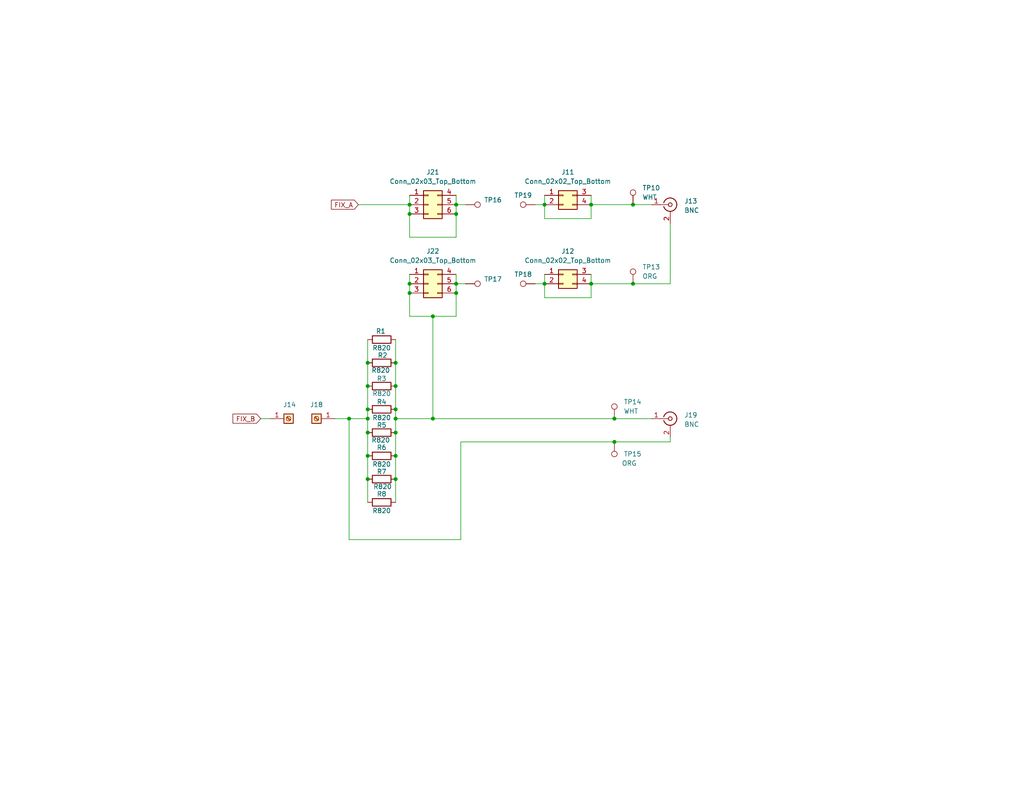
<source format=kicad_sch>
(kicad_sch
	(version 20231120)
	(generator "eeschema")
	(generator_version "8.0")
	(uuid "535825e8-d294-4a57-84f1-2719c0fe4ea5")
	(paper "USLetter")
	(title_block
		(title "Triple Pulse Core Tester")
		(date "2025-01-31")
		(rev "0")
	)
	(lib_symbols
		(symbol "Connector:Conn_Coaxial"
			(pin_names
				(offset 1.016) hide)
			(exclude_from_sim no)
			(in_bom yes)
			(on_board yes)
			(property "Reference" "J"
				(at 0.254 3.048 0)
				(effects
					(font
						(size 1.27 1.27)
					)
				)
			)
			(property "Value" "Conn_Coaxial"
				(at 2.921 0 90)
				(effects
					(font
						(size 1.27 1.27)
					)
				)
			)
			(property "Footprint" ""
				(at 0 0 0)
				(effects
					(font
						(size 1.27 1.27)
					)
					(hide yes)
				)
			)
			(property "Datasheet" "~"
				(at 0 0 0)
				(effects
					(font
						(size 1.27 1.27)
					)
					(hide yes)
				)
			)
			(property "Description" "coaxial connector (BNC, SMA, SMB, SMC, Cinch/RCA, LEMO, ...)"
				(at 0 0 0)
				(effects
					(font
						(size 1.27 1.27)
					)
					(hide yes)
				)
			)
			(property "ki_keywords" "BNC SMA SMB SMC LEMO coaxial connector CINCH RCA MCX MMCX U.FL UMRF"
				(at 0 0 0)
				(effects
					(font
						(size 1.27 1.27)
					)
					(hide yes)
				)
			)
			(property "ki_fp_filters" "*BNC* *SMA* *SMB* *SMC* *Cinch* *LEMO* *UMRF* *MCX* *U.FL*"
				(at 0 0 0)
				(effects
					(font
						(size 1.27 1.27)
					)
					(hide yes)
				)
			)
			(symbol "Conn_Coaxial_0_1"
				(arc
					(start -1.778 -0.508)
					(mid 0.2311 -1.8066)
					(end 1.778 0)
					(stroke
						(width 0.254)
						(type default)
					)
					(fill
						(type none)
					)
				)
				(polyline
					(pts
						(xy -2.54 0) (xy -0.508 0)
					)
					(stroke
						(width 0)
						(type default)
					)
					(fill
						(type none)
					)
				)
				(polyline
					(pts
						(xy 0 -2.54) (xy 0 -1.778)
					)
					(stroke
						(width 0)
						(type default)
					)
					(fill
						(type none)
					)
				)
				(circle
					(center 0 0)
					(radius 0.508)
					(stroke
						(width 0.2032)
						(type default)
					)
					(fill
						(type none)
					)
				)
				(arc
					(start 1.778 0)
					(mid 0.2099 1.8101)
					(end -1.778 0.508)
					(stroke
						(width 0.254)
						(type default)
					)
					(fill
						(type none)
					)
				)
			)
			(symbol "Conn_Coaxial_1_1"
				(pin passive line
					(at -5.08 0 0)
					(length 2.54)
					(name "In"
						(effects
							(font
								(size 1.27 1.27)
							)
						)
					)
					(number "1"
						(effects
							(font
								(size 1.27 1.27)
							)
						)
					)
				)
				(pin passive line
					(at 0 -5.08 90)
					(length 2.54)
					(name "Ext"
						(effects
							(font
								(size 1.27 1.27)
							)
						)
					)
					(number "2"
						(effects
							(font
								(size 1.27 1.27)
							)
						)
					)
				)
			)
		)
		(symbol "Connector:Screw_Terminal_01x01"
			(pin_names
				(offset 1.016) hide)
			(exclude_from_sim no)
			(in_bom yes)
			(on_board yes)
			(property "Reference" "J"
				(at 0 2.54 0)
				(effects
					(font
						(size 1.27 1.27)
					)
				)
			)
			(property "Value" "Screw_Terminal_01x01"
				(at 0 -2.54 0)
				(effects
					(font
						(size 1.27 1.27)
					)
				)
			)
			(property "Footprint" ""
				(at 0 0 0)
				(effects
					(font
						(size 1.27 1.27)
					)
					(hide yes)
				)
			)
			(property "Datasheet" "~"
				(at 0 0 0)
				(effects
					(font
						(size 1.27 1.27)
					)
					(hide yes)
				)
			)
			(property "Description" "Generic screw terminal, single row, 01x01, script generated (kicad-library-utils/schlib/autogen/connector/)"
				(at 0 0 0)
				(effects
					(font
						(size 1.27 1.27)
					)
					(hide yes)
				)
			)
			(property "ki_keywords" "screw terminal"
				(at 0 0 0)
				(effects
					(font
						(size 1.27 1.27)
					)
					(hide yes)
				)
			)
			(property "ki_fp_filters" "TerminalBlock*:*"
				(at 0 0 0)
				(effects
					(font
						(size 1.27 1.27)
					)
					(hide yes)
				)
			)
			(symbol "Screw_Terminal_01x01_1_1"
				(rectangle
					(start -1.27 1.27)
					(end 1.27 -1.27)
					(stroke
						(width 0.254)
						(type default)
					)
					(fill
						(type background)
					)
				)
				(polyline
					(pts
						(xy -0.5334 0.3302) (xy 0.3302 -0.508)
					)
					(stroke
						(width 0.1524)
						(type default)
					)
					(fill
						(type none)
					)
				)
				(polyline
					(pts
						(xy -0.3556 0.508) (xy 0.508 -0.3302)
					)
					(stroke
						(width 0.1524)
						(type default)
					)
					(fill
						(type none)
					)
				)
				(circle
					(center 0 0)
					(radius 0.635)
					(stroke
						(width 0.1524)
						(type default)
					)
					(fill
						(type none)
					)
				)
				(pin passive line
					(at -5.08 0 0)
					(length 3.81)
					(name "Pin_1"
						(effects
							(font
								(size 1.27 1.27)
							)
						)
					)
					(number "1"
						(effects
							(font
								(size 1.27 1.27)
							)
						)
					)
				)
			)
		)
		(symbol "Connector:TestPoint"
			(pin_numbers hide)
			(pin_names
				(offset 0.762) hide)
			(exclude_from_sim no)
			(in_bom yes)
			(on_board yes)
			(property "Reference" "TP"
				(at 0 6.858 0)
				(effects
					(font
						(size 1.27 1.27)
					)
				)
			)
			(property "Value" "TestPoint"
				(at 0 5.08 0)
				(effects
					(font
						(size 1.27 1.27)
					)
				)
			)
			(property "Footprint" ""
				(at 5.08 0 0)
				(effects
					(font
						(size 1.27 1.27)
					)
					(hide yes)
				)
			)
			(property "Datasheet" "~"
				(at 5.08 0 0)
				(effects
					(font
						(size 1.27 1.27)
					)
					(hide yes)
				)
			)
			(property "Description" "test point"
				(at 0 0 0)
				(effects
					(font
						(size 1.27 1.27)
					)
					(hide yes)
				)
			)
			(property "ki_keywords" "test point tp"
				(at 0 0 0)
				(effects
					(font
						(size 1.27 1.27)
					)
					(hide yes)
				)
			)
			(property "ki_fp_filters" "Pin* Test*"
				(at 0 0 0)
				(effects
					(font
						(size 1.27 1.27)
					)
					(hide yes)
				)
			)
			(symbol "TestPoint_0_1"
				(circle
					(center 0 3.302)
					(radius 0.762)
					(stroke
						(width 0)
						(type default)
					)
					(fill
						(type none)
					)
				)
			)
			(symbol "TestPoint_1_1"
				(pin passive line
					(at 0 0 90)
					(length 2.54)
					(name "1"
						(effects
							(font
								(size 1.27 1.27)
							)
						)
					)
					(number "1"
						(effects
							(font
								(size 1.27 1.27)
							)
						)
					)
				)
			)
		)
		(symbol "Connector_Generic:Conn_02x02_Top_Bottom"
			(pin_names
				(offset 1.016) hide)
			(exclude_from_sim no)
			(in_bom yes)
			(on_board yes)
			(property "Reference" "J"
				(at 1.27 2.54 0)
				(effects
					(font
						(size 1.27 1.27)
					)
				)
			)
			(property "Value" "Conn_02x02_Top_Bottom"
				(at 1.27 -5.08 0)
				(effects
					(font
						(size 1.27 1.27)
					)
				)
			)
			(property "Footprint" ""
				(at 0 0 0)
				(effects
					(font
						(size 1.27 1.27)
					)
					(hide yes)
				)
			)
			(property "Datasheet" "~"
				(at 0 0 0)
				(effects
					(font
						(size 1.27 1.27)
					)
					(hide yes)
				)
			)
			(property "Description" "Generic connector, double row, 02x02, top/bottom pin numbering scheme (row 1: 1...pins_per_row, row2: pins_per_row+1 ... num_pins), script generated (kicad-library-utils/schlib/autogen/connector/)"
				(at 0 0 0)
				(effects
					(font
						(size 1.27 1.27)
					)
					(hide yes)
				)
			)
			(property "ki_keywords" "connector"
				(at 0 0 0)
				(effects
					(font
						(size 1.27 1.27)
					)
					(hide yes)
				)
			)
			(property "ki_fp_filters" "Connector*:*_2x??_*"
				(at 0 0 0)
				(effects
					(font
						(size 1.27 1.27)
					)
					(hide yes)
				)
			)
			(symbol "Conn_02x02_Top_Bottom_1_1"
				(rectangle
					(start -1.27 -2.413)
					(end 0 -2.667)
					(stroke
						(width 0.1524)
						(type default)
					)
					(fill
						(type none)
					)
				)
				(rectangle
					(start -1.27 0.127)
					(end 0 -0.127)
					(stroke
						(width 0.1524)
						(type default)
					)
					(fill
						(type none)
					)
				)
				(rectangle
					(start -1.27 1.27)
					(end 3.81 -3.81)
					(stroke
						(width 0.254)
						(type default)
					)
					(fill
						(type background)
					)
				)
				(rectangle
					(start 3.81 -2.413)
					(end 2.54 -2.667)
					(stroke
						(width 0.1524)
						(type default)
					)
					(fill
						(type none)
					)
				)
				(rectangle
					(start 3.81 0.127)
					(end 2.54 -0.127)
					(stroke
						(width 0.1524)
						(type default)
					)
					(fill
						(type none)
					)
				)
				(pin passive line
					(at -5.08 0 0)
					(length 3.81)
					(name "Pin_1"
						(effects
							(font
								(size 1.27 1.27)
							)
						)
					)
					(number "1"
						(effects
							(font
								(size 1.27 1.27)
							)
						)
					)
				)
				(pin passive line
					(at -5.08 -2.54 0)
					(length 3.81)
					(name "Pin_2"
						(effects
							(font
								(size 1.27 1.27)
							)
						)
					)
					(number "2"
						(effects
							(font
								(size 1.27 1.27)
							)
						)
					)
				)
				(pin passive line
					(at 7.62 0 180)
					(length 3.81)
					(name "Pin_3"
						(effects
							(font
								(size 1.27 1.27)
							)
						)
					)
					(number "3"
						(effects
							(font
								(size 1.27 1.27)
							)
						)
					)
				)
				(pin passive line
					(at 7.62 -2.54 180)
					(length 3.81)
					(name "Pin_4"
						(effects
							(font
								(size 1.27 1.27)
							)
						)
					)
					(number "4"
						(effects
							(font
								(size 1.27 1.27)
							)
						)
					)
				)
			)
		)
		(symbol "Connector_Generic:Conn_02x03_Top_Bottom"
			(pin_names
				(offset 1.016) hide)
			(exclude_from_sim no)
			(in_bom yes)
			(on_board yes)
			(property "Reference" "J"
				(at 1.27 5.08 0)
				(effects
					(font
						(size 1.27 1.27)
					)
				)
			)
			(property "Value" "Conn_02x03_Top_Bottom"
				(at 1.27 -5.08 0)
				(effects
					(font
						(size 1.27 1.27)
					)
				)
			)
			(property "Footprint" ""
				(at 0 0 0)
				(effects
					(font
						(size 1.27 1.27)
					)
					(hide yes)
				)
			)
			(property "Datasheet" "~"
				(at 0 0 0)
				(effects
					(font
						(size 1.27 1.27)
					)
					(hide yes)
				)
			)
			(property "Description" "Generic connector, double row, 02x03, top/bottom pin numbering scheme (row 1: 1...pins_per_row, row2: pins_per_row+1 ... num_pins), script generated (kicad-library-utils/schlib/autogen/connector/)"
				(at 0 0 0)
				(effects
					(font
						(size 1.27 1.27)
					)
					(hide yes)
				)
			)
			(property "ki_keywords" "connector"
				(at 0 0 0)
				(effects
					(font
						(size 1.27 1.27)
					)
					(hide yes)
				)
			)
			(property "ki_fp_filters" "Connector*:*_2x??_*"
				(at 0 0 0)
				(effects
					(font
						(size 1.27 1.27)
					)
					(hide yes)
				)
			)
			(symbol "Conn_02x03_Top_Bottom_1_1"
				(rectangle
					(start -1.27 -2.413)
					(end 0 -2.667)
					(stroke
						(width 0.1524)
						(type default)
					)
					(fill
						(type none)
					)
				)
				(rectangle
					(start -1.27 0.127)
					(end 0 -0.127)
					(stroke
						(width 0.1524)
						(type default)
					)
					(fill
						(type none)
					)
				)
				(rectangle
					(start -1.27 2.667)
					(end 0 2.413)
					(stroke
						(width 0.1524)
						(type default)
					)
					(fill
						(type none)
					)
				)
				(rectangle
					(start -1.27 3.81)
					(end 3.81 -3.81)
					(stroke
						(width 0.254)
						(type default)
					)
					(fill
						(type background)
					)
				)
				(rectangle
					(start 3.81 -2.413)
					(end 2.54 -2.667)
					(stroke
						(width 0.1524)
						(type default)
					)
					(fill
						(type none)
					)
				)
				(rectangle
					(start 3.81 0.127)
					(end 2.54 -0.127)
					(stroke
						(width 0.1524)
						(type default)
					)
					(fill
						(type none)
					)
				)
				(rectangle
					(start 3.81 2.667)
					(end 2.54 2.413)
					(stroke
						(width 0.1524)
						(type default)
					)
					(fill
						(type none)
					)
				)
				(pin passive line
					(at -5.08 2.54 0)
					(length 3.81)
					(name "Pin_1"
						(effects
							(font
								(size 1.27 1.27)
							)
						)
					)
					(number "1"
						(effects
							(font
								(size 1.27 1.27)
							)
						)
					)
				)
				(pin passive line
					(at -5.08 0 0)
					(length 3.81)
					(name "Pin_2"
						(effects
							(font
								(size 1.27 1.27)
							)
						)
					)
					(number "2"
						(effects
							(font
								(size 1.27 1.27)
							)
						)
					)
				)
				(pin passive line
					(at -5.08 -2.54 0)
					(length 3.81)
					(name "Pin_3"
						(effects
							(font
								(size 1.27 1.27)
							)
						)
					)
					(number "3"
						(effects
							(font
								(size 1.27 1.27)
							)
						)
					)
				)
				(pin passive line
					(at 7.62 2.54 180)
					(length 3.81)
					(name "Pin_4"
						(effects
							(font
								(size 1.27 1.27)
							)
						)
					)
					(number "4"
						(effects
							(font
								(size 1.27 1.27)
							)
						)
					)
				)
				(pin passive line
					(at 7.62 0 180)
					(length 3.81)
					(name "Pin_5"
						(effects
							(font
								(size 1.27 1.27)
							)
						)
					)
					(number "5"
						(effects
							(font
								(size 1.27 1.27)
							)
						)
					)
				)
				(pin passive line
					(at 7.62 -2.54 180)
					(length 3.81)
					(name "Pin_6"
						(effects
							(font
								(size 1.27 1.27)
							)
						)
					)
					(number "6"
						(effects
							(font
								(size 1.27 1.27)
							)
						)
					)
				)
			)
		)
		(symbol "Device:R"
			(pin_numbers hide)
			(pin_names
				(offset 0)
			)
			(exclude_from_sim no)
			(in_bom yes)
			(on_board yes)
			(property "Reference" "R"
				(at 2.032 0 90)
				(effects
					(font
						(size 1.27 1.27)
					)
				)
			)
			(property "Value" "R"
				(at 0 0 90)
				(effects
					(font
						(size 1.27 1.27)
					)
				)
			)
			(property "Footprint" ""
				(at -1.778 0 90)
				(effects
					(font
						(size 1.27 1.27)
					)
					(hide yes)
				)
			)
			(property "Datasheet" "~"
				(at 0 0 0)
				(effects
					(font
						(size 1.27 1.27)
					)
					(hide yes)
				)
			)
			(property "Description" "Resistor"
				(at 0 0 0)
				(effects
					(font
						(size 1.27 1.27)
					)
					(hide yes)
				)
			)
			(property "ki_keywords" "R res resistor"
				(at 0 0 0)
				(effects
					(font
						(size 1.27 1.27)
					)
					(hide yes)
				)
			)
			(property "ki_fp_filters" "R_*"
				(at 0 0 0)
				(effects
					(font
						(size 1.27 1.27)
					)
					(hide yes)
				)
			)
			(symbol "R_0_1"
				(rectangle
					(start -1.016 -2.54)
					(end 1.016 2.54)
					(stroke
						(width 0.254)
						(type default)
					)
					(fill
						(type none)
					)
				)
			)
			(symbol "R_1_1"
				(pin passive line
					(at 0 3.81 270)
					(length 1.27)
					(name "~"
						(effects
							(font
								(size 1.27 1.27)
							)
						)
					)
					(number "1"
						(effects
							(font
								(size 1.27 1.27)
							)
						)
					)
				)
				(pin passive line
					(at 0 -3.81 90)
					(length 1.27)
					(name "~"
						(effects
							(font
								(size 1.27 1.27)
							)
						)
					)
					(number "2"
						(effects
							(font
								(size 1.27 1.27)
							)
						)
					)
				)
			)
		)
	)
	(junction
		(at 124.46 80.01)
		(diameter 0)
		(color 0 0 0 0)
		(uuid "066d4aba-ed15-47c8-b026-00bc27c4b69c")
	)
	(junction
		(at 167.64 120.65)
		(diameter 0)
		(color 0 0 0 0)
		(uuid "0f1aa64c-4cf1-4df8-8e8d-07e26b26a1ca")
	)
	(junction
		(at 107.95 124.46)
		(diameter 0)
		(color 0 0 0 0)
		(uuid "1160b68b-c144-436e-bfe3-bb0ef5894da4")
	)
	(junction
		(at 95.25 114.3)
		(diameter 0)
		(color 0 0 0 0)
		(uuid "168fc296-b70f-4e3e-94b3-787c566873a7")
	)
	(junction
		(at 161.29 55.88)
		(diameter 0)
		(color 0 0 0 0)
		(uuid "1c34c41b-5609-4c6f-9457-122f6c0ad670")
	)
	(junction
		(at 118.11 114.3)
		(diameter 0)
		(color 0 0 0 0)
		(uuid "2978635b-49e5-43b7-94c6-16dd05e8ed58")
	)
	(junction
		(at 111.76 80.01)
		(diameter 0)
		(color 0 0 0 0)
		(uuid "2e3e6cf0-eb2d-4584-9782-21191c25437c")
	)
	(junction
		(at 100.33 111.76)
		(diameter 0)
		(color 0 0 0 0)
		(uuid "3e87196c-b9e1-45bb-bd02-62ff6d4006b7")
	)
	(junction
		(at 100.33 99.06)
		(diameter 0)
		(color 0 0 0 0)
		(uuid "4474970e-f526-4faf-9e0d-aff872133f30")
	)
	(junction
		(at 124.46 58.42)
		(diameter 0)
		(color 0 0 0 0)
		(uuid "54788436-4dd1-4dfc-8705-f372e0840269")
	)
	(junction
		(at 148.59 77.47)
		(diameter 0)
		(color 0 0 0 0)
		(uuid "62795a3f-ab55-4bef-8ba6-53d9d982baa6")
	)
	(junction
		(at 107.95 99.06)
		(diameter 0)
		(color 0 0 0 0)
		(uuid "6a7ece20-879e-4585-805b-74e09f35464d")
	)
	(junction
		(at 148.59 55.88)
		(diameter 0)
		(color 0 0 0 0)
		(uuid "6b74f9d4-695e-4c6b-96d6-a7f1039b4fd7")
	)
	(junction
		(at 107.95 105.41)
		(diameter 0)
		(color 0 0 0 0)
		(uuid "6fa007b1-aeaf-4d22-8788-5117d7180df5")
	)
	(junction
		(at 111.76 55.88)
		(diameter 0)
		(color 0 0 0 0)
		(uuid "71317b9d-307b-47b6-848e-f4a42309addc")
	)
	(junction
		(at 107.95 130.81)
		(diameter 0)
		(color 0 0 0 0)
		(uuid "7aed2c85-2230-456c-90bd-0d1151a5738d")
	)
	(junction
		(at 161.29 77.47)
		(diameter 0)
		(color 0 0 0 0)
		(uuid "82596605-8bdc-48b0-b7cc-6cced90d3392")
	)
	(junction
		(at 111.76 58.42)
		(diameter 0)
		(color 0 0 0 0)
		(uuid "87f4f33c-66b9-49ef-865a-60b18b0024cf")
	)
	(junction
		(at 100.33 114.3)
		(diameter 0)
		(color 0 0 0 0)
		(uuid "8bfe6f5c-5cbf-4aa6-8680-bc0f98368519")
	)
	(junction
		(at 107.95 114.3)
		(diameter 0)
		(color 0 0 0 0)
		(uuid "982ec0de-4e9b-44c9-9558-d3ef2f544294")
	)
	(junction
		(at 172.72 55.88)
		(diameter 0)
		(color 0 0 0 0)
		(uuid "9c3eb6fd-f01c-4946-835d-608ec6425669")
	)
	(junction
		(at 111.76 77.47)
		(diameter 0)
		(color 0 0 0 0)
		(uuid "a8c7e832-d50a-4835-896d-4f4c5ad93aab")
	)
	(junction
		(at 167.64 114.3)
		(diameter 0)
		(color 0 0 0 0)
		(uuid "a9c24f1e-ccb6-4602-8de7-c33a8eb3d436")
	)
	(junction
		(at 107.95 118.11)
		(diameter 0)
		(color 0 0 0 0)
		(uuid "aa04bbf9-7021-4fab-af89-2c55004f7027")
	)
	(junction
		(at 100.33 130.81)
		(diameter 0)
		(color 0 0 0 0)
		(uuid "ae1197c4-9ff1-4b9a-8a74-db91d9f38f17")
	)
	(junction
		(at 100.33 118.11)
		(diameter 0)
		(color 0 0 0 0)
		(uuid "b4353928-ab54-4f2d-a44d-8d730947cb5f")
	)
	(junction
		(at 172.72 77.47)
		(diameter 0)
		(color 0 0 0 0)
		(uuid "bc8f0df8-32e7-465a-90a5-0c966b98da14")
	)
	(junction
		(at 100.33 124.46)
		(diameter 0)
		(color 0 0 0 0)
		(uuid "c1d0f018-e9fc-4c52-997d-16e7a5fe9c55")
	)
	(junction
		(at 124.46 77.47)
		(diameter 0)
		(color 0 0 0 0)
		(uuid "cf41c508-acf8-468a-b1a6-15bd58d834f0")
	)
	(junction
		(at 107.95 111.76)
		(diameter 0)
		(color 0 0 0 0)
		(uuid "da9ce00a-c02a-48df-9ed4-26341a850f5f")
	)
	(junction
		(at 100.33 105.41)
		(diameter 0)
		(color 0 0 0 0)
		(uuid "e4223bbb-b54d-4a7e-9cc8-ebd60575a69d")
	)
	(junction
		(at 118.11 86.36)
		(diameter 0)
		(color 0 0 0 0)
		(uuid "eb3ba20b-192a-458e-aefa-f800b3b7afab")
	)
	(junction
		(at 124.46 55.88)
		(diameter 0)
		(color 0 0 0 0)
		(uuid "f2388717-c8ca-418c-a96a-e75cdbb553e7")
	)
	(wire
		(pts
			(xy 182.88 120.65) (xy 182.88 119.38)
		)
		(stroke
			(width 0)
			(type default)
		)
		(uuid "03854c4b-aaa1-4767-951d-b551d348f16e")
	)
	(wire
		(pts
			(xy 124.46 55.88) (xy 124.46 58.42)
		)
		(stroke
			(width 0)
			(type default)
		)
		(uuid "03e1d637-c16c-41dc-8721-b739fd6f83c7")
	)
	(wire
		(pts
			(xy 124.46 53.34) (xy 124.46 55.88)
		)
		(stroke
			(width 0)
			(type default)
		)
		(uuid "044e60a0-1ea6-41e4-bde3-0ee823fe70cc")
	)
	(wire
		(pts
			(xy 124.46 77.47) (xy 127 77.47)
		)
		(stroke
			(width 0)
			(type default)
		)
		(uuid "06a803a0-7913-45dc-8b8c-403a9a7d9645")
	)
	(wire
		(pts
			(xy 124.46 58.42) (xy 124.46 64.77)
		)
		(stroke
			(width 0)
			(type default)
		)
		(uuid "0ab1d7e6-0544-47b3-ae19-97cb6b5ab2d7")
	)
	(wire
		(pts
			(xy 118.11 114.3) (xy 167.64 114.3)
		)
		(stroke
			(width 0)
			(type default)
		)
		(uuid "0de469a7-85c0-4025-a423-bd18b5861833")
	)
	(wire
		(pts
			(xy 148.59 74.93) (xy 148.59 77.47)
		)
		(stroke
			(width 0)
			(type default)
		)
		(uuid "122a5f8b-af70-4722-b2e6-2162be2f3977")
	)
	(wire
		(pts
			(xy 148.59 59.69) (xy 161.29 59.69)
		)
		(stroke
			(width 0)
			(type default)
		)
		(uuid "1391d004-41ac-40ef-9f0d-08fac46b869d")
	)
	(wire
		(pts
			(xy 111.76 53.34) (xy 111.76 55.88)
		)
		(stroke
			(width 0)
			(type default)
		)
		(uuid "18979810-e6de-4cff-a836-c12810326c48")
	)
	(wire
		(pts
			(xy 100.33 92.71) (xy 100.33 99.06)
		)
		(stroke
			(width 0)
			(type default)
		)
		(uuid "1a00b937-0554-4c20-8a82-44a80d2a54cc")
	)
	(wire
		(pts
			(xy 161.29 55.88) (xy 161.29 59.69)
		)
		(stroke
			(width 0)
			(type default)
		)
		(uuid "27f59854-90cc-4bef-9b01-ddae7049e3de")
	)
	(wire
		(pts
			(xy 172.72 77.47) (xy 182.88 77.47)
		)
		(stroke
			(width 0)
			(type default)
		)
		(uuid "2db190cd-5977-4dd8-87ba-610f1b65fe6c")
	)
	(wire
		(pts
			(xy 107.95 111.76) (xy 107.95 114.3)
		)
		(stroke
			(width 0)
			(type default)
		)
		(uuid "2f1318d9-199a-49df-a732-707ef2b70352")
	)
	(wire
		(pts
			(xy 111.76 55.88) (xy 111.76 58.42)
		)
		(stroke
			(width 0)
			(type default)
		)
		(uuid "353582d1-32de-4cad-88d5-1a04873ad24a")
	)
	(wire
		(pts
			(xy 71.12 114.3) (xy 73.66 114.3)
		)
		(stroke
			(width 0)
			(type default)
		)
		(uuid "354c3103-f3cd-4a71-97e9-43241cd8d9f5")
	)
	(wire
		(pts
			(xy 148.59 55.88) (xy 148.59 59.69)
		)
		(stroke
			(width 0)
			(type default)
		)
		(uuid "39b44bdb-9fe9-47f5-8d8d-6b691d99659e")
	)
	(wire
		(pts
			(xy 124.46 74.93) (xy 124.46 77.47)
		)
		(stroke
			(width 0)
			(type default)
		)
		(uuid "40509388-c0dc-4c88-b218-c138e53b69bb")
	)
	(wire
		(pts
			(xy 107.95 130.81) (xy 107.95 137.16)
		)
		(stroke
			(width 0)
			(type default)
		)
		(uuid "451424b6-6ddb-42bf-9f53-b0dc4f3f3591")
	)
	(wire
		(pts
			(xy 111.76 74.93) (xy 111.76 77.47)
		)
		(stroke
			(width 0)
			(type default)
		)
		(uuid "5114ae90-fbd3-49bf-be3d-e5ca3f47b444")
	)
	(wire
		(pts
			(xy 107.95 114.3) (xy 107.95 118.11)
		)
		(stroke
			(width 0)
			(type default)
		)
		(uuid "5b59772e-3b0b-41cb-ac12-37f0e001f962")
	)
	(wire
		(pts
			(xy 118.11 86.36) (xy 118.11 114.3)
		)
		(stroke
			(width 0)
			(type default)
		)
		(uuid "61d39c11-18b4-48b7-a36f-aedd8fdc7d48")
	)
	(wire
		(pts
			(xy 161.29 77.47) (xy 172.72 77.47)
		)
		(stroke
			(width 0)
			(type default)
		)
		(uuid "6ea140c1-39bd-42ba-aca5-0c4a6c0afec0")
	)
	(wire
		(pts
			(xy 182.88 60.96) (xy 182.88 77.47)
		)
		(stroke
			(width 0)
			(type default)
		)
		(uuid "70a31a58-3a33-436f-b032-4b4080da597d")
	)
	(wire
		(pts
			(xy 95.25 114.3) (xy 100.33 114.3)
		)
		(stroke
			(width 0)
			(type default)
		)
		(uuid "7351a49b-fb9c-4691-b218-608a7d62c7f4")
	)
	(wire
		(pts
			(xy 107.95 124.46) (xy 107.95 130.81)
		)
		(stroke
			(width 0)
			(type default)
		)
		(uuid "758535d8-0dce-41b8-8ea3-6ec544a2094f")
	)
	(wire
		(pts
			(xy 100.33 99.06) (xy 100.33 105.41)
		)
		(stroke
			(width 0)
			(type default)
		)
		(uuid "76c8a699-eff2-4e61-a03b-1acbb5fa2862")
	)
	(wire
		(pts
			(xy 172.72 55.88) (xy 177.8 55.88)
		)
		(stroke
			(width 0)
			(type default)
		)
		(uuid "7c0a9cc0-76b1-4072-843a-9dc80be00049")
	)
	(wire
		(pts
			(xy 100.33 118.11) (xy 100.33 124.46)
		)
		(stroke
			(width 0)
			(type default)
		)
		(uuid "801b78a7-ad7f-420e-856d-9a5c8d02bb42")
	)
	(wire
		(pts
			(xy 111.76 80.01) (xy 111.76 86.36)
		)
		(stroke
			(width 0)
			(type default)
		)
		(uuid "83be34b1-dd82-4bfc-9f8c-9ced02954e87")
	)
	(wire
		(pts
			(xy 161.29 77.47) (xy 161.29 81.28)
		)
		(stroke
			(width 0)
			(type default)
		)
		(uuid "8410b81f-7d36-4192-9b8e-bfb11b6de329")
	)
	(wire
		(pts
			(xy 107.95 92.71) (xy 107.95 99.06)
		)
		(stroke
			(width 0)
			(type default)
		)
		(uuid "862399f9-a48b-412e-93d2-3bdad257a6b1")
	)
	(wire
		(pts
			(xy 111.76 86.36) (xy 118.11 86.36)
		)
		(stroke
			(width 0)
			(type default)
		)
		(uuid "891266c4-0397-49a3-b5ca-3606a69c4937")
	)
	(wire
		(pts
			(xy 107.95 99.06) (xy 107.95 105.41)
		)
		(stroke
			(width 0)
			(type default)
		)
		(uuid "8baf1ad3-229f-468b-a6e6-e00907f3bc99")
	)
	(wire
		(pts
			(xy 95.25 147.32) (xy 125.73 147.32)
		)
		(stroke
			(width 0)
			(type default)
		)
		(uuid "8ecd0847-d4a5-45aa-ae1f-d36daf8a451d")
	)
	(wire
		(pts
			(xy 111.76 58.42) (xy 111.76 64.77)
		)
		(stroke
			(width 0)
			(type default)
		)
		(uuid "91dba82f-22ec-4659-9a86-5ab727c9bb6e")
	)
	(wire
		(pts
			(xy 167.64 120.65) (xy 182.88 120.65)
		)
		(stroke
			(width 0)
			(type default)
		)
		(uuid "95653503-982d-43f9-9808-c76ee0924a86")
	)
	(wire
		(pts
			(xy 111.76 77.47) (xy 111.76 80.01)
		)
		(stroke
			(width 0)
			(type default)
		)
		(uuid "9aa19518-6b3a-4176-aad6-80b1a552b8ef")
	)
	(wire
		(pts
			(xy 100.33 130.81) (xy 100.33 137.16)
		)
		(stroke
			(width 0)
			(type default)
		)
		(uuid "a6aaf843-49eb-427b-aeae-4edc7e228569")
	)
	(wire
		(pts
			(xy 107.95 105.41) (xy 107.95 111.76)
		)
		(stroke
			(width 0)
			(type default)
		)
		(uuid "a72d9b0c-fba9-40cf-812a-0b7a86c5faed")
	)
	(wire
		(pts
			(xy 125.73 147.32) (xy 125.73 120.65)
		)
		(stroke
			(width 0)
			(type default)
		)
		(uuid "ada70cb2-b46b-402c-b30e-71a828e9f96c")
	)
	(wire
		(pts
			(xy 100.33 105.41) (xy 100.33 111.76)
		)
		(stroke
			(width 0)
			(type default)
		)
		(uuid "adec7dec-3e8a-43c2-bec6-837274f04c07")
	)
	(wire
		(pts
			(xy 148.59 77.47) (xy 148.59 81.28)
		)
		(stroke
			(width 0)
			(type default)
		)
		(uuid "aff40ade-80dd-4a51-81b1-07460892df48")
	)
	(wire
		(pts
			(xy 97.79 55.88) (xy 111.76 55.88)
		)
		(stroke
			(width 0)
			(type default)
		)
		(uuid "b038399c-837d-4726-9ab2-93c47696c36e")
	)
	(wire
		(pts
			(xy 124.46 80.01) (xy 124.46 86.36)
		)
		(stroke
			(width 0)
			(type default)
		)
		(uuid "b5bfa658-809b-4426-81f3-a79c44fea822")
	)
	(wire
		(pts
			(xy 148.59 81.28) (xy 161.29 81.28)
		)
		(stroke
			(width 0)
			(type default)
		)
		(uuid "b6210fce-170f-4a99-a1a7-84756e5b07a6")
	)
	(wire
		(pts
			(xy 107.95 114.3) (xy 118.11 114.3)
		)
		(stroke
			(width 0)
			(type default)
		)
		(uuid "ba34d52d-2cbd-4468-90e3-2e16a64d2438")
	)
	(wire
		(pts
			(xy 161.29 55.88) (xy 172.72 55.88)
		)
		(stroke
			(width 0)
			(type default)
		)
		(uuid "be30a6ce-1761-488a-b8a4-01cb22780e0f")
	)
	(wire
		(pts
			(xy 124.46 77.47) (xy 124.46 80.01)
		)
		(stroke
			(width 0)
			(type default)
		)
		(uuid "bf5dbd25-e567-48a2-9b39-6f55bcffebb5")
	)
	(wire
		(pts
			(xy 118.11 86.36) (xy 124.46 86.36)
		)
		(stroke
			(width 0)
			(type default)
		)
		(uuid "c28a4e93-3c8e-420b-b898-ca18dbd44a2b")
	)
	(wire
		(pts
			(xy 100.33 111.76) (xy 100.33 114.3)
		)
		(stroke
			(width 0)
			(type default)
		)
		(uuid "c88c1edc-74bb-495f-8ba0-51ac03597ff8")
	)
	(wire
		(pts
			(xy 167.64 114.3) (xy 177.8 114.3)
		)
		(stroke
			(width 0)
			(type default)
		)
		(uuid "ca55af70-35ec-4f9e-8932-0768761f9625")
	)
	(wire
		(pts
			(xy 146.05 55.88) (xy 148.59 55.88)
		)
		(stroke
			(width 0)
			(type default)
		)
		(uuid "cd075d8a-6ae5-4c6a-a3d4-23db89af3891")
	)
	(wire
		(pts
			(xy 161.29 74.93) (xy 161.29 77.47)
		)
		(stroke
			(width 0)
			(type default)
		)
		(uuid "ceaedc61-cc65-4b95-a4fa-6e73533c6336")
	)
	(wire
		(pts
			(xy 91.44 114.3) (xy 95.25 114.3)
		)
		(stroke
			(width 0)
			(type default)
		)
		(uuid "d90395e9-e061-4f39-a6f9-204341a767e4")
	)
	(wire
		(pts
			(xy 100.33 124.46) (xy 100.33 130.81)
		)
		(stroke
			(width 0)
			(type default)
		)
		(uuid "dbc12ffd-c46c-489a-a804-35b2b04d8798")
	)
	(wire
		(pts
			(xy 124.46 55.88) (xy 127 55.88)
		)
		(stroke
			(width 0)
			(type default)
		)
		(uuid "e2f64ef4-c90e-4b34-97ba-6d3911ae0c30")
	)
	(wire
		(pts
			(xy 148.59 53.34) (xy 148.59 55.88)
		)
		(stroke
			(width 0)
			(type default)
		)
		(uuid "e50ebb67-aca6-44b6-9e9c-5e4fb803d46f")
	)
	(wire
		(pts
			(xy 146.05 77.47) (xy 148.59 77.47)
		)
		(stroke
			(width 0)
			(type default)
		)
		(uuid "e564f232-f309-401f-861b-d40789315fd6")
	)
	(wire
		(pts
			(xy 161.29 53.34) (xy 161.29 55.88)
		)
		(stroke
			(width 0)
			(type default)
		)
		(uuid "e66f7fe3-a057-476c-85e9-c28e5cd000cf")
	)
	(wire
		(pts
			(xy 124.46 64.77) (xy 111.76 64.77)
		)
		(stroke
			(width 0)
			(type default)
		)
		(uuid "f51529b5-87cb-4b9b-87c3-cdce14702228")
	)
	(wire
		(pts
			(xy 100.33 114.3) (xy 100.33 118.11)
		)
		(stroke
			(width 0)
			(type default)
		)
		(uuid "f66bea9e-c59a-49cb-baec-8c0898bd4088")
	)
	(wire
		(pts
			(xy 95.25 114.3) (xy 95.25 147.32)
		)
		(stroke
			(width 0)
			(type default)
		)
		(uuid "fa5b582c-d6b0-4488-96f4-039682b2c069")
	)
	(wire
		(pts
			(xy 107.95 118.11) (xy 107.95 124.46)
		)
		(stroke
			(width 0)
			(type default)
		)
		(uuid "fce1a7f6-3b58-4c36-adff-e5e0fd076b38")
	)
	(wire
		(pts
			(xy 125.73 120.65) (xy 167.64 120.65)
		)
		(stroke
			(width 0)
			(type default)
		)
		(uuid "ff920e83-62fa-4c52-98db-d900c40fe7a2")
	)
	(global_label "FIX_A"
		(shape input)
		(at 97.79 55.88 180)
		(fields_autoplaced yes)
		(effects
			(font
				(size 1.27 1.27)
			)
			(justify right)
		)
		(uuid "86f6eafe-0752-4cc7-aa7e-dba19d6c2f91")
		(property "Intersheetrefs" "${INTERSHEET_REFS}"
			(at 89.8457 55.88 0)
			(effects
				(font
					(size 1.27 1.27)
				)
				(justify right)
				(hide yes)
			)
		)
	)
	(global_label "FIX_B"
		(shape input)
		(at 71.12 114.3 180)
		(fields_autoplaced yes)
		(effects
			(font
				(size 1.27 1.27)
			)
			(justify right)
		)
		(uuid "9a11090f-7519-46d5-bb27-122ab2933b92")
		(property "Intersheetrefs" "${INTERSHEET_REFS}"
			(at 62.9943 114.3 0)
			(effects
				(font
					(size 1.27 1.27)
				)
				(justify right)
				(hide yes)
			)
		)
	)
	(symbol
		(lib_id "Connector:TestPoint")
		(at 172.72 55.88 0)
		(unit 1)
		(exclude_from_sim no)
		(in_bom yes)
		(on_board yes)
		(dnp no)
		(fields_autoplaced yes)
		(uuid "0c6b7781-b85a-4ade-978b-cfc1e2360e6b")
		(property "Reference" "TP10"
			(at 175.26 51.3079 0)
			(effects
				(font
					(size 1.27 1.27)
				)
				(justify left)
			)
		)
		(property "Value" "WHT"
			(at 175.26 53.8479 0)
			(effects
				(font
					(size 1.27 1.27)
				)
				(justify left)
			)
		)
		(property "Footprint" "TestPoint:TestPoint_THTPad_D2.0mm_Drill1.0mm"
			(at 177.8 55.88 0)
			(effects
				(font
					(size 1.27 1.27)
				)
				(hide yes)
			)
		)
		(property "Datasheet" "~"
			(at 177.8 55.88 0)
			(effects
				(font
					(size 1.27 1.27)
				)
				(hide yes)
			)
		)
		(property "Description" "test point"
			(at 172.72 55.88 0)
			(effects
				(font
					(size 1.27 1.27)
				)
				(hide yes)
			)
		)
		(pin "1"
			(uuid "9561b333-56aa-4120-9fa6-b0451a5237ba")
		)
		(instances
			(project ""
				(path "/05d99ba5-bbac-4bd6-931a-0f6166a2e0ac/5d4490ae-cd76-4641-b1a2-87213113c349"
					(reference "TP10")
					(unit 1)
				)
			)
		)
	)
	(symbol
		(lib_id "Device:R")
		(at 104.14 111.76 90)
		(unit 1)
		(exclude_from_sim no)
		(in_bom yes)
		(on_board yes)
		(dnp no)
		(uuid "0e671510-ec0a-4e06-be47-c2ffbacc3bef")
		(property "Reference" "R4"
			(at 104.14 109.728 90)
			(effects
				(font
					(size 1.27 1.27)
				)
			)
		)
		(property "Value" "R820"
			(at 104.14 114.046 90)
			(effects
				(font
					(size 1.27 1.27)
				)
			)
		)
		(property "Footprint" "Resistor_SMD:R_0805_2012Metric"
			(at 104.14 113.538 90)
			(effects
				(font
					(size 1.27 1.27)
				)
				(hide yes)
			)
		)
		(property "Datasheet" "~"
			(at 104.14 111.76 0)
			(effects
				(font
					(size 1.27 1.27)
				)
				(hide yes)
			)
		)
		(property "Description" "Resistor"
			(at 104.14 111.76 0)
			(effects
				(font
					(size 1.27 1.27)
				)
				(hide yes)
			)
		)
		(pin "1"
			(uuid "a094f97f-7183-46ee-9b2f-755529b733bd")
		)
		(pin "2"
			(uuid "b32456c2-daf5-4fbe-9ebc-c750d6f2c286")
		)
		(instances
			(project "ST2402"
				(path "/05d99ba5-bbac-4bd6-931a-0f6166a2e0ac/5d4490ae-cd76-4641-b1a2-87213113c349"
					(reference "R4")
					(unit 1)
				)
			)
		)
	)
	(symbol
		(lib_id "Device:R")
		(at 104.14 124.46 90)
		(unit 1)
		(exclude_from_sim no)
		(in_bom yes)
		(on_board yes)
		(dnp no)
		(uuid "168584a7-72e0-46b9-b670-4a0dd5be95e0")
		(property "Reference" "R6"
			(at 104.14 122.174 90)
			(effects
				(font
					(size 1.27 1.27)
				)
			)
		)
		(property "Value" "R820"
			(at 104.14 126.746 90)
			(effects
				(font
					(size 1.27 1.27)
				)
			)
		)
		(property "Footprint" "Resistor_SMD:R_0805_2012Metric"
			(at 104.14 126.238 90)
			(effects
				(font
					(size 1.27 1.27)
				)
				(hide yes)
			)
		)
		(property "Datasheet" "~"
			(at 104.14 124.46 0)
			(effects
				(font
					(size 1.27 1.27)
				)
				(hide yes)
			)
		)
		(property "Description" "Resistor"
			(at 104.14 124.46 0)
			(effects
				(font
					(size 1.27 1.27)
				)
				(hide yes)
			)
		)
		(pin "1"
			(uuid "2a2140e2-c0b3-42d8-945f-179324d7953d")
		)
		(pin "2"
			(uuid "838e0652-3897-4e33-8263-466e56d0f9f7")
		)
		(instances
			(project "ST2402"
				(path "/05d99ba5-bbac-4bd6-931a-0f6166a2e0ac/5d4490ae-cd76-4641-b1a2-87213113c349"
					(reference "R6")
					(unit 1)
				)
			)
		)
	)
	(symbol
		(lib_id "Connector:TestPoint")
		(at 167.64 114.3 0)
		(unit 1)
		(exclude_from_sim no)
		(in_bom yes)
		(on_board yes)
		(dnp no)
		(fields_autoplaced yes)
		(uuid "18cd68bf-7521-48ae-ae79-4f4bf77de467")
		(property "Reference" "TP14"
			(at 170.18 109.7279 0)
			(effects
				(font
					(size 1.27 1.27)
				)
				(justify left)
			)
		)
		(property "Value" "WHT"
			(at 170.18 112.2679 0)
			(effects
				(font
					(size 1.27 1.27)
				)
				(justify left)
			)
		)
		(property "Footprint" "TestPoint:TestPoint_THTPad_D2.0mm_Drill1.0mm"
			(at 172.72 114.3 0)
			(effects
				(font
					(size 1.27 1.27)
				)
				(hide yes)
			)
		)
		(property "Datasheet" "~"
			(at 172.72 114.3 0)
			(effects
				(font
					(size 1.27 1.27)
				)
				(hide yes)
			)
		)
		(property "Description" "test point"
			(at 167.64 114.3 0)
			(effects
				(font
					(size 1.27 1.27)
				)
				(hide yes)
			)
		)
		(pin "1"
			(uuid "330231f3-c167-4ed0-bbf9-0c46a553760f")
		)
		(instances
			(project "ST2402"
				(path "/05d99ba5-bbac-4bd6-931a-0f6166a2e0ac/5d4490ae-cd76-4641-b1a2-87213113c349"
					(reference "TP14")
					(unit 1)
				)
			)
		)
	)
	(symbol
		(lib_id "Connector_Generic:Conn_02x03_Top_Bottom")
		(at 116.84 77.47 0)
		(unit 1)
		(exclude_from_sim no)
		(in_bom yes)
		(on_board yes)
		(dnp no)
		(fields_autoplaced yes)
		(uuid "2998135c-6bc4-4498-8c7a-1a281862ba13")
		(property "Reference" "J22"
			(at 118.11 68.58 0)
			(effects
				(font
					(size 1.27 1.27)
				)
			)
		)
		(property "Value" "Conn_02x03_Top_Bottom"
			(at 118.11 71.12 0)
			(effects
				(font
					(size 1.27 1.27)
				)
			)
		)
		(property "Footprint" "Connector_PinHeader_2.54mm:PinHeader_2x03_P2.54mm_Vertical"
			(at 116.84 77.47 0)
			(effects
				(font
					(size 1.27 1.27)
				)
				(hide yes)
			)
		)
		(property "Datasheet" "~"
			(at 116.84 77.47 0)
			(effects
				(font
					(size 1.27 1.27)
				)
				(hide yes)
			)
		)
		(property "Description" "Generic connector, double row, 02x03, top/bottom pin numbering scheme (row 1: 1...pins_per_row, row2: pins_per_row+1 ... num_pins), script generated (kicad-library-utils/schlib/autogen/connector/)"
			(at 116.84 77.47 0)
			(effects
				(font
					(size 1.27 1.27)
				)
				(hide yes)
			)
		)
		(pin "4"
			(uuid "c4186a9b-299b-4238-a862-d077d0085b0b")
		)
		(pin "3"
			(uuid "1ceeb462-3232-4910-924b-b230ad222340")
		)
		(pin "2"
			(uuid "1781269d-e154-40a5-9851-d432dbfce90c")
		)
		(pin "6"
			(uuid "8aa3edcf-ce6b-4cde-860b-9159b0519a28")
		)
		(pin "5"
			(uuid "862ff7e5-2a12-43ff-984e-d4d7f6651195")
		)
		(pin "1"
			(uuid "f9a9fc01-ad06-4a71-85e7-d399798b9678")
		)
		(instances
			(project ""
				(path "/05d99ba5-bbac-4bd6-931a-0f6166a2e0ac/5d4490ae-cd76-4641-b1a2-87213113c349"
					(reference "J22")
					(unit 1)
				)
			)
		)
	)
	(symbol
		(lib_id "Connector:Conn_Coaxial")
		(at 182.88 55.88 0)
		(unit 1)
		(exclude_from_sim no)
		(in_bom yes)
		(on_board yes)
		(dnp no)
		(fields_autoplaced yes)
		(uuid "2ef92b2d-eb2d-43be-a65e-f682f8677fc8")
		(property "Reference" "J13"
			(at 186.69 54.9031 0)
			(effects
				(font
					(size 1.27 1.27)
				)
				(justify left)
			)
		)
		(property "Value" "BNC"
			(at 186.69 57.4431 0)
			(effects
				(font
					(size 1.27 1.27)
				)
				(justify left)
			)
		)
		(property "Footprint" "Connector_Coaxial:BNC_Amphenol_B6252HB-NPP3G-50_Horizontal"
			(at 182.88 55.88 0)
			(effects
				(font
					(size 1.27 1.27)
				)
				(hide yes)
			)
		)
		(property "Datasheet" "~"
			(at 182.88 55.88 0)
			(effects
				(font
					(size 1.27 1.27)
				)
				(hide yes)
			)
		)
		(property "Description" "coaxial connector (BNC, SMA, SMB, SMC, Cinch/RCA, LEMO, ...)"
			(at 182.88 55.88 0)
			(effects
				(font
					(size 1.27 1.27)
				)
				(hide yes)
			)
		)
		(pin "1"
			(uuid "95415c2b-41d5-4f4e-bb97-785de76fba1b")
		)
		(pin "2"
			(uuid "8eb01d95-a8db-46cb-b126-7852f588b406")
		)
		(instances
			(project ""
				(path "/05d99ba5-bbac-4bd6-931a-0f6166a2e0ac/5d4490ae-cd76-4641-b1a2-87213113c349"
					(reference "J13")
					(unit 1)
				)
			)
		)
	)
	(symbol
		(lib_id "Connector:TestPoint")
		(at 146.05 77.47 90)
		(unit 1)
		(exclude_from_sim no)
		(in_bom yes)
		(on_board yes)
		(dnp no)
		(fields_autoplaced yes)
		(uuid "3b1c58d0-6347-41db-b583-5b329f9108df")
		(property "Reference" "TP18"
			(at 142.748 74.93 90)
			(effects
				(font
					(size 1.27 1.27)
				)
			)
		)
		(property "Value" "TestPoint"
			(at 140.97 76.2001 90)
			(effects
				(font
					(size 1.27 1.27)
				)
				(justify left)
				(hide yes)
			)
		)
		(property "Footprint" "TestPoint:TestPoint_Plated_Hole_D5.0mm"
			(at 146.05 72.39 0)
			(effects
				(font
					(size 1.27 1.27)
				)
				(hide yes)
			)
		)
		(property "Datasheet" "~"
			(at 146.05 72.39 0)
			(effects
				(font
					(size 1.27 1.27)
				)
				(hide yes)
			)
		)
		(property "Description" "test point"
			(at 146.05 77.47 0)
			(effects
				(font
					(size 1.27 1.27)
				)
				(hide yes)
			)
		)
		(pin "1"
			(uuid "19dea95d-e990-4423-a51b-c11d65a1a063")
		)
		(instances
			(project "ST2402"
				(path "/05d99ba5-bbac-4bd6-931a-0f6166a2e0ac/5d4490ae-cd76-4641-b1a2-87213113c349"
					(reference "TP18")
					(unit 1)
				)
			)
		)
	)
	(symbol
		(lib_id "Connector:TestPoint")
		(at 127 77.47 270)
		(unit 1)
		(exclude_from_sim no)
		(in_bom yes)
		(on_board yes)
		(dnp no)
		(fields_autoplaced yes)
		(uuid "40a83e9b-d316-4368-9d0d-fb966d987e9d")
		(property "Reference" "TP17"
			(at 132.08 76.1999 90)
			(effects
				(font
					(size 1.27 1.27)
				)
				(justify left)
			)
		)
		(property "Value" "TestPoint"
			(at 132.08 78.7399 90)
			(effects
				(font
					(size 1.27 1.27)
				)
				(justify left)
				(hide yes)
			)
		)
		(property "Footprint" "TestPoint:TestPoint_Plated_Hole_D5.0mm"
			(at 127 82.55 0)
			(effects
				(font
					(size 1.27 1.27)
				)
				(hide yes)
			)
		)
		(property "Datasheet" "~"
			(at 127 82.55 0)
			(effects
				(font
					(size 1.27 1.27)
				)
				(hide yes)
			)
		)
		(property "Description" "test point"
			(at 127 77.47 0)
			(effects
				(font
					(size 1.27 1.27)
				)
				(hide yes)
			)
		)
		(pin "1"
			(uuid "3366e69e-ca54-49f3-ac08-e79ee1e9faa0")
		)
		(instances
			(project "ST2402"
				(path "/05d99ba5-bbac-4bd6-931a-0f6166a2e0ac/5d4490ae-cd76-4641-b1a2-87213113c349"
					(reference "TP17")
					(unit 1)
				)
			)
		)
	)
	(symbol
		(lib_id "Device:R")
		(at 104.14 92.71 90)
		(unit 1)
		(exclude_from_sim no)
		(in_bom yes)
		(on_board yes)
		(dnp no)
		(uuid "46dda8bb-9579-4bb3-ae41-317388462863")
		(property "Reference" "R1"
			(at 103.886 90.424 90)
			(effects
				(font
					(size 1.27 1.27)
				)
			)
		)
		(property "Value" "R820"
			(at 104.14 94.996 90)
			(effects
				(font
					(size 1.27 1.27)
				)
			)
		)
		(property "Footprint" "Resistor_SMD:R_0805_2012Metric"
			(at 104.14 94.488 90)
			(effects
				(font
					(size 1.27 1.27)
				)
				(hide yes)
			)
		)
		(property "Datasheet" "~"
			(at 104.14 92.71 0)
			(effects
				(font
					(size 1.27 1.27)
				)
				(hide yes)
			)
		)
		(property "Description" "Resistor"
			(at 104.14 92.71 0)
			(effects
				(font
					(size 1.27 1.27)
				)
				(hide yes)
			)
		)
		(pin "1"
			(uuid "03ce538c-eef7-44a9-a890-1282ba3c4886")
		)
		(pin "2"
			(uuid "49666c5f-01be-4dce-b70b-774d97ff7a06")
		)
		(instances
			(project "ST2402"
				(path "/05d99ba5-bbac-4bd6-931a-0f6166a2e0ac/5d4490ae-cd76-4641-b1a2-87213113c349"
					(reference "R1")
					(unit 1)
				)
			)
		)
	)
	(symbol
		(lib_id "Device:R")
		(at 104.14 118.11 90)
		(unit 1)
		(exclude_from_sim no)
		(in_bom yes)
		(on_board yes)
		(dnp no)
		(uuid "710ff1e1-50e2-4bc8-8dcd-2fea6ed45f08")
		(property "Reference" "R5"
			(at 104.14 116.078 90)
			(effects
				(font
					(size 1.27 1.27)
				)
			)
		)
		(property "Value" "R820"
			(at 103.886 120.142 90)
			(effects
				(font
					(size 1.27 1.27)
				)
			)
		)
		(property "Footprint" "Resistor_SMD:R_0805_2012Metric"
			(at 104.14 119.888 90)
			(effects
				(font
					(size 1.27 1.27)
				)
				(hide yes)
			)
		)
		(property "Datasheet" "~"
			(at 104.14 118.11 0)
			(effects
				(font
					(size 1.27 1.27)
				)
				(hide yes)
			)
		)
		(property "Description" "Resistor"
			(at 104.14 118.11 0)
			(effects
				(font
					(size 1.27 1.27)
				)
				(hide yes)
			)
		)
		(pin "1"
			(uuid "10c2f20f-c17f-41ce-aaff-e9f901b9b729")
		)
		(pin "2"
			(uuid "f07ae51f-fe06-4dbd-aa30-dfb4c43856de")
		)
		(instances
			(project "ST2402"
				(path "/05d99ba5-bbac-4bd6-931a-0f6166a2e0ac/5d4490ae-cd76-4641-b1a2-87213113c349"
					(reference "R5")
					(unit 1)
				)
			)
		)
	)
	(symbol
		(lib_id "Device:R")
		(at 104.14 99.06 90)
		(unit 1)
		(exclude_from_sim no)
		(in_bom yes)
		(on_board yes)
		(dnp no)
		(uuid "7c7c02bc-ae9c-4dc3-8bfc-13a6010e2082")
		(property "Reference" "R2"
			(at 104.394 97.028 90)
			(effects
				(font
					(size 1.27 1.27)
				)
			)
		)
		(property "Value" "R820"
			(at 103.886 101.092 90)
			(effects
				(font
					(size 1.27 1.27)
				)
			)
		)
		(property "Footprint" "Resistor_SMD:R_0805_2012Metric"
			(at 104.14 100.838 90)
			(effects
				(font
					(size 1.27 1.27)
				)
				(hide yes)
			)
		)
		(property "Datasheet" "~"
			(at 104.14 99.06 0)
			(effects
				(font
					(size 1.27 1.27)
				)
				(hide yes)
			)
		)
		(property "Description" "Resistor"
			(at 104.14 99.06 0)
			(effects
				(font
					(size 1.27 1.27)
				)
				(hide yes)
			)
		)
		(pin "1"
			(uuid "ef55d414-45e6-41ec-a72d-fad7c93f113d")
		)
		(pin "2"
			(uuid "a87a5c49-64f6-4722-9d59-2ac7ddcd562c")
		)
		(instances
			(project "ST2402"
				(path "/05d99ba5-bbac-4bd6-931a-0f6166a2e0ac/5d4490ae-cd76-4641-b1a2-87213113c349"
					(reference "R2")
					(unit 1)
				)
			)
		)
	)
	(symbol
		(lib_id "Connector_Generic:Conn_02x02_Top_Bottom")
		(at 153.67 53.34 0)
		(unit 1)
		(exclude_from_sim no)
		(in_bom yes)
		(on_board yes)
		(dnp no)
		(fields_autoplaced yes)
		(uuid "86059e8d-3c9a-4948-9837-3b316b507dae")
		(property "Reference" "J11"
			(at 154.94 46.99 0)
			(effects
				(font
					(size 1.27 1.27)
				)
			)
		)
		(property "Value" "Conn_02x02_Top_Bottom"
			(at 154.94 49.53 0)
			(effects
				(font
					(size 1.27 1.27)
				)
			)
		)
		(property "Footprint" "Connector_PinSocket_2.54mm:PinSocket_2x02_P2.54mm_Vertical"
			(at 153.67 53.34 0)
			(effects
				(font
					(size 1.27 1.27)
				)
				(hide yes)
			)
		)
		(property "Datasheet" "~"
			(at 153.67 53.34 0)
			(effects
				(font
					(size 1.27 1.27)
				)
				(hide yes)
			)
		)
		(property "Description" "Generic connector, double row, 02x02, top/bottom pin numbering scheme (row 1: 1...pins_per_row, row2: pins_per_row+1 ... num_pins), script generated (kicad-library-utils/schlib/autogen/connector/)"
			(at 153.67 53.34 0)
			(effects
				(font
					(size 1.27 1.27)
				)
				(hide yes)
			)
		)
		(pin "1"
			(uuid "860b4fa5-0d49-4ad4-a3ec-7239377903b9")
		)
		(pin "3"
			(uuid "7b9f30b2-f955-421b-8106-f11da6d83e96")
		)
		(pin "4"
			(uuid "9753291a-0e14-4dc1-9875-01aaca74caf6")
		)
		(pin "2"
			(uuid "2cc60b69-a802-4af0-8914-e68e7fc218a1")
		)
		(instances
			(project ""
				(path "/05d99ba5-bbac-4bd6-931a-0f6166a2e0ac/5d4490ae-cd76-4641-b1a2-87213113c349"
					(reference "J11")
					(unit 1)
				)
			)
		)
	)
	(symbol
		(lib_id "Connector_Generic:Conn_02x03_Top_Bottom")
		(at 116.84 55.88 0)
		(unit 1)
		(exclude_from_sim no)
		(in_bom yes)
		(on_board yes)
		(dnp no)
		(fields_autoplaced yes)
		(uuid "8d8cb427-6bfd-4510-aa46-ac91688d6afa")
		(property "Reference" "J21"
			(at 118.11 46.99 0)
			(effects
				(font
					(size 1.27 1.27)
				)
			)
		)
		(property "Value" "Conn_02x03_Top_Bottom"
			(at 118.11 49.53 0)
			(effects
				(font
					(size 1.27 1.27)
				)
			)
		)
		(property "Footprint" "Connector_PinHeader_2.54mm:PinHeader_2x03_P2.54mm_Vertical"
			(at 116.84 55.88 0)
			(effects
				(font
					(size 1.27 1.27)
				)
				(hide yes)
			)
		)
		(property "Datasheet" "~"
			(at 116.84 55.88 0)
			(effects
				(font
					(size 1.27 1.27)
				)
				(hide yes)
			)
		)
		(property "Description" "Generic connector, double row, 02x03, top/bottom pin numbering scheme (row 1: 1...pins_per_row, row2: pins_per_row+1 ... num_pins), script generated (kicad-library-utils/schlib/autogen/connector/)"
			(at 116.84 55.88 0)
			(effects
				(font
					(size 1.27 1.27)
				)
				(hide yes)
			)
		)
		(pin "4"
			(uuid "67044918-b61d-4a0d-96e7-40e47c39945f")
		)
		(pin "2"
			(uuid "620034ad-2d39-49dd-8d1e-d53757a6532d")
		)
		(pin "5"
			(uuid "e9e7e123-4319-45ca-893d-362ee0e9ec16")
		)
		(pin "1"
			(uuid "85224a3c-bc66-41d5-b7a7-433e2172c97d")
		)
		(pin "6"
			(uuid "712df6f2-2dca-4d2f-8827-e7c58e7e9629")
		)
		(pin "3"
			(uuid "8a649ad2-9ab6-4631-80e2-157727f4968c")
		)
		(instances
			(project ""
				(path "/05d99ba5-bbac-4bd6-931a-0f6166a2e0ac/5d4490ae-cd76-4641-b1a2-87213113c349"
					(reference "J21")
					(unit 1)
				)
			)
		)
	)
	(symbol
		(lib_id "Connector:TestPoint")
		(at 146.05 55.88 90)
		(unit 1)
		(exclude_from_sim no)
		(in_bom yes)
		(on_board yes)
		(dnp no)
		(fields_autoplaced yes)
		(uuid "9291d07c-79e7-4db4-9b81-1d9c38450975")
		(property "Reference" "TP19"
			(at 142.748 53.34 90)
			(effects
				(font
					(size 1.27 1.27)
				)
			)
		)
		(property "Value" "TestPoint"
			(at 140.97 54.6101 90)
			(effects
				(font
					(size 1.27 1.27)
				)
				(justify left)
				(hide yes)
			)
		)
		(property "Footprint" "TestPoint:TestPoint_Plated_Hole_D5.0mm"
			(at 146.05 50.8 0)
			(effects
				(font
					(size 1.27 1.27)
				)
				(hide yes)
			)
		)
		(property "Datasheet" "~"
			(at 146.05 50.8 0)
			(effects
				(font
					(size 1.27 1.27)
				)
				(hide yes)
			)
		)
		(property "Description" "test point"
			(at 146.05 55.88 0)
			(effects
				(font
					(size 1.27 1.27)
				)
				(hide yes)
			)
		)
		(pin "1"
			(uuid "be3440c2-c305-402d-9534-fed4bb613389")
		)
		(instances
			(project "ST2402"
				(path "/05d99ba5-bbac-4bd6-931a-0f6166a2e0ac/5d4490ae-cd76-4641-b1a2-87213113c349"
					(reference "TP19")
					(unit 1)
				)
			)
		)
	)
	(symbol
		(lib_id "Device:R")
		(at 104.14 130.81 90)
		(unit 1)
		(exclude_from_sim no)
		(in_bom yes)
		(on_board yes)
		(dnp no)
		(uuid "94302362-152a-4ff6-9840-c053b35848de")
		(property "Reference" "R7"
			(at 104.14 128.778 90)
			(effects
				(font
					(size 1.27 1.27)
				)
			)
		)
		(property "Value" "R820"
			(at 104.394 132.842 90)
			(effects
				(font
					(size 1.27 1.27)
				)
			)
		)
		(property "Footprint" "Resistor_SMD:R_0805_2012Metric"
			(at 104.14 132.588 90)
			(effects
				(font
					(size 1.27 1.27)
				)
				(hide yes)
			)
		)
		(property "Datasheet" "~"
			(at 104.14 130.81 0)
			(effects
				(font
					(size 1.27 1.27)
				)
				(hide yes)
			)
		)
		(property "Description" "Resistor"
			(at 104.14 130.81 0)
			(effects
				(font
					(size 1.27 1.27)
				)
				(hide yes)
			)
		)
		(pin "1"
			(uuid "8430e0d3-4249-4f0f-afdb-38ff8fdd2e4d")
		)
		(pin "2"
			(uuid "daee4acf-ea60-4768-9cba-19eb8c6b7404")
		)
		(instances
			(project "ST2402"
				(path "/05d99ba5-bbac-4bd6-931a-0f6166a2e0ac/5d4490ae-cd76-4641-b1a2-87213113c349"
					(reference "R7")
					(unit 1)
				)
			)
		)
	)
	(symbol
		(lib_id "Connector:Screw_Terminal_01x01")
		(at 86.36 114.3 180)
		(unit 1)
		(exclude_from_sim no)
		(in_bom yes)
		(on_board yes)
		(dnp no)
		(fields_autoplaced yes)
		(uuid "97b2a484-cb07-4652-95ef-0d541e54d88b")
		(property "Reference" "J18"
			(at 86.36 110.49 0)
			(effects
				(font
					(size 1.27 1.27)
				)
			)
		)
		(property "Value" "Screw_Terminal_01x01"
			(at 85.0901 116.84 90)
			(effects
				(font
					(size 1.27 1.27)
				)
				(justify left)
				(hide yes)
			)
		)
		(property "Footprint" "TestPoint:TestPoint_Plated_Hole_D2.0mm"
			(at 86.36 114.3 0)
			(effects
				(font
					(size 1.27 1.27)
				)
				(hide yes)
			)
		)
		(property "Datasheet" "~"
			(at 86.36 114.3 0)
			(effects
				(font
					(size 1.27 1.27)
				)
				(hide yes)
			)
		)
		(property "Description" "Generic screw terminal, single row, 01x01, script generated (kicad-library-utils/schlib/autogen/connector/)"
			(at 86.36 114.3 0)
			(effects
				(font
					(size 1.27 1.27)
				)
				(hide yes)
			)
		)
		(pin "1"
			(uuid "f2aafe35-9a25-41b4-b18e-03b63030687e")
		)
		(instances
			(project ""
				(path "/05d99ba5-bbac-4bd6-931a-0f6166a2e0ac/5d4490ae-cd76-4641-b1a2-87213113c349"
					(reference "J18")
					(unit 1)
				)
			)
		)
	)
	(symbol
		(lib_id "Connector:Conn_Coaxial")
		(at 182.88 114.3 0)
		(unit 1)
		(exclude_from_sim no)
		(in_bom yes)
		(on_board yes)
		(dnp no)
		(fields_autoplaced yes)
		(uuid "a00b5d12-81fc-4b34-b635-236fcea2276e")
		(property "Reference" "J19"
			(at 186.69 113.3231 0)
			(effects
				(font
					(size 1.27 1.27)
				)
				(justify left)
			)
		)
		(property "Value" "BNC"
			(at 186.69 115.8631 0)
			(effects
				(font
					(size 1.27 1.27)
				)
				(justify left)
			)
		)
		(property "Footprint" "Connector_Coaxial:BNC_Amphenol_B6252HB-NPP3G-50_Horizontal"
			(at 182.88 114.3 0)
			(effects
				(font
					(size 1.27 1.27)
				)
				(hide yes)
			)
		)
		(property "Datasheet" "~"
			(at 182.88 114.3 0)
			(effects
				(font
					(size 1.27 1.27)
				)
				(hide yes)
			)
		)
		(property "Description" "coaxial connector (BNC, SMA, SMB, SMC, Cinch/RCA, LEMO, ...)"
			(at 182.88 114.3 0)
			(effects
				(font
					(size 1.27 1.27)
				)
				(hide yes)
			)
		)
		(pin "1"
			(uuid "fb4fc7cc-7190-41c5-ae5b-9467abcb681b")
		)
		(pin "2"
			(uuid "788173f4-ad39-4c89-8103-1cbf7db85169")
		)
		(instances
			(project "ST2402"
				(path "/05d99ba5-bbac-4bd6-931a-0f6166a2e0ac/5d4490ae-cd76-4641-b1a2-87213113c349"
					(reference "J19")
					(unit 1)
				)
			)
		)
	)
	(symbol
		(lib_id "Connector:TestPoint")
		(at 167.64 120.65 180)
		(unit 1)
		(exclude_from_sim no)
		(in_bom yes)
		(on_board yes)
		(dnp no)
		(uuid "b316e051-abb4-4529-838f-502d2deb13c6")
		(property "Reference" "TP15"
			(at 170.18 123.9519 0)
			(effects
				(font
					(size 1.27 1.27)
				)
				(justify right)
			)
		)
		(property "Value" "ORG"
			(at 173.736 126.492 0)
			(effects
				(font
					(size 1.27 1.27)
				)
				(justify left)
			)
		)
		(property "Footprint" "TestPoint:TestPoint_THTPad_D2.0mm_Drill1.0mm"
			(at 162.56 120.65 0)
			(effects
				(font
					(size 1.27 1.27)
				)
				(hide yes)
			)
		)
		(property "Datasheet" "~"
			(at 162.56 120.65 0)
			(effects
				(font
					(size 1.27 1.27)
				)
				(hide yes)
			)
		)
		(property "Description" "test point"
			(at 167.64 120.65 0)
			(effects
				(font
					(size 1.27 1.27)
				)
				(hide yes)
			)
		)
		(pin "1"
			(uuid "a6f85342-d5c5-4ee7-bbc4-c4d16e8bf0c8")
		)
		(instances
			(project "ST2402"
				(path "/05d99ba5-bbac-4bd6-931a-0f6166a2e0ac/5d4490ae-cd76-4641-b1a2-87213113c349"
					(reference "TP15")
					(unit 1)
				)
			)
		)
	)
	(symbol
		(lib_id "Device:R")
		(at 104.14 105.41 90)
		(unit 1)
		(exclude_from_sim no)
		(in_bom yes)
		(on_board yes)
		(dnp no)
		(uuid "dfe75c3b-cd35-4d1b-8b2c-df0523caed77")
		(property "Reference" "R3"
			(at 104.14 103.378 90)
			(effects
				(font
					(size 1.27 1.27)
				)
			)
		)
		(property "Value" "R820"
			(at 104.14 107.442 90)
			(effects
				(font
					(size 1.27 1.27)
				)
			)
		)
		(property "Footprint" "Resistor_SMD:R_0805_2012Metric"
			(at 104.14 107.188 90)
			(effects
				(font
					(size 1.27 1.27)
				)
				(hide yes)
			)
		)
		(property "Datasheet" "~"
			(at 104.14 105.41 0)
			(effects
				(font
					(size 1.27 1.27)
				)
				(hide yes)
			)
		)
		(property "Description" "Resistor"
			(at 104.14 105.41 0)
			(effects
				(font
					(size 1.27 1.27)
				)
				(hide yes)
			)
		)
		(pin "1"
			(uuid "486eee68-03e7-40a5-bf92-61b908b570af")
		)
		(pin "2"
			(uuid "757f44cd-0da0-433b-85b6-c68c725ff781")
		)
		(instances
			(project "ST2402"
				(path "/05d99ba5-bbac-4bd6-931a-0f6166a2e0ac/5d4490ae-cd76-4641-b1a2-87213113c349"
					(reference "R3")
					(unit 1)
				)
			)
		)
	)
	(symbol
		(lib_id "Connector_Generic:Conn_02x02_Top_Bottom")
		(at 153.67 74.93 0)
		(unit 1)
		(exclude_from_sim no)
		(in_bom yes)
		(on_board yes)
		(dnp no)
		(fields_autoplaced yes)
		(uuid "e7ddd60b-b64c-4791-aea1-881573df434a")
		(property "Reference" "J12"
			(at 154.94 68.58 0)
			(effects
				(font
					(size 1.27 1.27)
				)
			)
		)
		(property "Value" "Conn_02x02_Top_Bottom"
			(at 154.94 71.12 0)
			(effects
				(font
					(size 1.27 1.27)
				)
			)
		)
		(property "Footprint" "Connector_PinSocket_2.54mm:PinSocket_2x02_P2.54mm_Vertical"
			(at 153.67 74.93 0)
			(effects
				(font
					(size 1.27 1.27)
				)
				(hide yes)
			)
		)
		(property "Datasheet" "~"
			(at 153.67 74.93 0)
			(effects
				(font
					(size 1.27 1.27)
				)
				(hide yes)
			)
		)
		(property "Description" "Generic connector, double row, 02x02, top/bottom pin numbering scheme (row 1: 1...pins_per_row, row2: pins_per_row+1 ... num_pins), script generated (kicad-library-utils/schlib/autogen/connector/)"
			(at 153.67 74.93 0)
			(effects
				(font
					(size 1.27 1.27)
				)
				(hide yes)
			)
		)
		(pin "1"
			(uuid "fa9bfba7-b434-41f4-b02c-37a70729a133")
		)
		(pin "3"
			(uuid "f86abca8-a700-4db4-86e4-244ab5b724ac")
		)
		(pin "4"
			(uuid "ecb5224c-cdf4-4f98-a632-a4c4bf752a4d")
		)
		(pin "2"
			(uuid "95afc40b-5e1f-4341-bdd5-9e7460c2c914")
		)
		(instances
			(project ""
				(path "/05d99ba5-bbac-4bd6-931a-0f6166a2e0ac/5d4490ae-cd76-4641-b1a2-87213113c349"
					(reference "J12")
					(unit 1)
				)
			)
		)
	)
	(symbol
		(lib_id "Connector:TestPoint")
		(at 172.72 77.47 0)
		(unit 1)
		(exclude_from_sim no)
		(in_bom yes)
		(on_board yes)
		(dnp no)
		(fields_autoplaced yes)
		(uuid "ea311dc2-d597-4b1c-b689-01fd956fed49")
		(property "Reference" "TP13"
			(at 175.26 72.8979 0)
			(effects
				(font
					(size 1.27 1.27)
				)
				(justify left)
			)
		)
		(property "Value" "ORG"
			(at 175.26 75.4379 0)
			(effects
				(font
					(size 1.27 1.27)
				)
				(justify left)
			)
		)
		(property "Footprint" "TestPoint:TestPoint_THTPad_D2.0mm_Drill1.0mm"
			(at 177.8 77.47 0)
			(effects
				(font
					(size 1.27 1.27)
				)
				(hide yes)
			)
		)
		(property "Datasheet" "~"
			(at 177.8 77.47 0)
			(effects
				(font
					(size 1.27 1.27)
				)
				(hide yes)
			)
		)
		(property "Description" "test point"
			(at 172.72 77.47 0)
			(effects
				(font
					(size 1.27 1.27)
				)
				(hide yes)
			)
		)
		(pin "1"
			(uuid "2a500b8e-1a7d-446d-b016-d8139ff986d2")
		)
		(instances
			(project "ST2402"
				(path "/05d99ba5-bbac-4bd6-931a-0f6166a2e0ac/5d4490ae-cd76-4641-b1a2-87213113c349"
					(reference "TP13")
					(unit 1)
				)
			)
		)
	)
	(symbol
		(lib_id "Device:R")
		(at 104.14 137.16 90)
		(unit 1)
		(exclude_from_sim no)
		(in_bom yes)
		(on_board yes)
		(dnp no)
		(uuid "f6df773a-6485-4213-8074-5cb7196c0c2f")
		(property "Reference" "R8"
			(at 104.14 134.874 90)
			(effects
				(font
					(size 1.27 1.27)
				)
			)
		)
		(property "Value" "R820"
			(at 104.14 139.446 90)
			(effects
				(font
					(size 1.27 1.27)
				)
			)
		)
		(property "Footprint" "Resistor_SMD:R_0805_2012Metric"
			(at 104.14 138.938 90)
			(effects
				(font
					(size 1.27 1.27)
				)
				(hide yes)
			)
		)
		(property "Datasheet" "~"
			(at 104.14 137.16 0)
			(effects
				(font
					(size 1.27 1.27)
				)
				(hide yes)
			)
		)
		(property "Description" "Resistor"
			(at 104.14 137.16 0)
			(effects
				(font
					(size 1.27 1.27)
				)
				(hide yes)
			)
		)
		(pin "1"
			(uuid "44005f88-c170-4152-8d5c-749a2e93753b")
		)
		(pin "2"
			(uuid "71968411-3170-4709-b9f1-e95fec481c6c")
		)
		(instances
			(project "ST2402"
				(path "/05d99ba5-bbac-4bd6-931a-0f6166a2e0ac/5d4490ae-cd76-4641-b1a2-87213113c349"
					(reference "R8")
					(unit 1)
				)
			)
		)
	)
	(symbol
		(lib_id "Connector:TestPoint")
		(at 127 55.88 270)
		(unit 1)
		(exclude_from_sim no)
		(in_bom yes)
		(on_board yes)
		(dnp no)
		(fields_autoplaced yes)
		(uuid "f791bb0b-ee59-4bcd-89db-f33ac1ac57e0")
		(property "Reference" "TP16"
			(at 132.08 54.6099 90)
			(effects
				(font
					(size 1.27 1.27)
				)
				(justify left)
			)
		)
		(property "Value" "TestPoint"
			(at 132.08 57.1499 90)
			(effects
				(font
					(size 1.27 1.27)
				)
				(justify left)
				(hide yes)
			)
		)
		(property "Footprint" "TestPoint:TestPoint_Plated_Hole_D5.0mm"
			(at 127 60.96 0)
			(effects
				(font
					(size 1.27 1.27)
				)
				(hide yes)
			)
		)
		(property "Datasheet" "~"
			(at 127 60.96 0)
			(effects
				(font
					(size 1.27 1.27)
				)
				(hide yes)
			)
		)
		(property "Description" "test point"
			(at 127 55.88 0)
			(effects
				(font
					(size 1.27 1.27)
				)
				(hide yes)
			)
		)
		(pin "1"
			(uuid "aa91c860-1e76-458b-bf25-44359a973223")
		)
		(instances
			(project ""
				(path "/05d99ba5-bbac-4bd6-931a-0f6166a2e0ac/5d4490ae-cd76-4641-b1a2-87213113c349"
					(reference "TP16")
					(unit 1)
				)
			)
		)
	)
	(symbol
		(lib_id "Connector:Screw_Terminal_01x01")
		(at 78.74 114.3 0)
		(unit 1)
		(exclude_from_sim no)
		(in_bom yes)
		(on_board yes)
		(dnp no)
		(uuid "ffd355f3-f919-4cc4-bc1b-7c25fba37aec")
		(property "Reference" "J14"
			(at 77.216 110.49 0)
			(effects
				(font
					(size 1.27 1.27)
				)
				(justify left)
			)
		)
		(property "Value" "Screw_Terminal_01x01"
			(at 81.28 115.5699 0)
			(effects
				(font
					(size 1.27 1.27)
				)
				(justify left)
				(hide yes)
			)
		)
		(property "Footprint" "TestPoint:TestPoint_Plated_Hole_D2.0mm"
			(at 78.74 114.3 0)
			(effects
				(font
					(size 1.27 1.27)
				)
				(hide yes)
			)
		)
		(property "Datasheet" "~"
			(at 78.74 114.3 0)
			(effects
				(font
					(size 1.27 1.27)
				)
				(hide yes)
			)
		)
		(property "Description" "Generic screw terminal, single row, 01x01, script generated (kicad-library-utils/schlib/autogen/connector/)"
			(at 78.74 114.3 0)
			(effects
				(font
					(size 1.27 1.27)
				)
				(hide yes)
			)
		)
		(pin "1"
			(uuid "3fdf4ab9-bfea-4522-821e-ee034d2e32ad")
		)
		(instances
			(project ""
				(path "/05d99ba5-bbac-4bd6-931a-0f6166a2e0ac/5d4490ae-cd76-4641-b1a2-87213113c349"
					(reference "J14")
					(unit 1)
				)
			)
		)
	)
)

</source>
